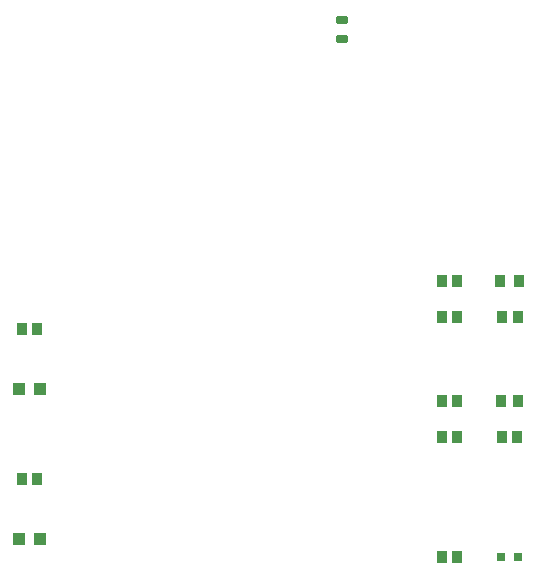
<source format=gtp>
G04 Layer_Color=7318015*
%FSLAX25Y25*%
%MOIN*%
G70*
G01*
G75*
G04:AMPARAMS|DCode=10|XSize=39.37mil|YSize=23.62mil|CornerRadius=2.36mil|HoleSize=0mil|Usage=FLASHONLY|Rotation=0.000|XOffset=0mil|YOffset=0mil|HoleType=Round|Shape=RoundedRectangle|*
%AMROUNDEDRECTD10*
21,1,0.03937,0.01890,0,0,0.0*
21,1,0.03465,0.02362,0,0,0.0*
1,1,0.00472,0.01732,-0.00945*
1,1,0.00472,-0.01732,-0.00945*
1,1,0.00472,-0.01732,0.00945*
1,1,0.00472,0.01732,0.00945*
%
%ADD10ROUNDEDRECTD10*%
%ADD11R,0.03740X0.04134*%
%ADD12R,0.03543X0.03937*%
%ADD13R,0.04400X0.04000*%
%ADD14R,0.03000X0.03000*%
%ADD15R,0.03740X0.03937*%
%ADD16R,0.03543X0.04134*%
D10*
X334000Y416870D02*
D03*
Y423130D02*
D03*
D11*
X392756Y296000D02*
D03*
X387244D02*
D03*
D12*
X372559Y244000D02*
D03*
X367441D02*
D03*
X232559Y320000D02*
D03*
X227441D02*
D03*
X232559Y270000D02*
D03*
X227441D02*
D03*
X372559Y284000D02*
D03*
X367441D02*
D03*
X372559Y296000D02*
D03*
X367441D02*
D03*
X372559Y336000D02*
D03*
X367441D02*
D03*
X372559Y324000D02*
D03*
X367441D02*
D03*
X392559Y284000D02*
D03*
X387441D02*
D03*
D13*
X233347Y250000D02*
D03*
X226600D02*
D03*
X233347Y300000D02*
D03*
X226600D02*
D03*
D14*
X387250Y244000D02*
D03*
X392750D02*
D03*
D15*
X386850Y336000D02*
D03*
X393150D02*
D03*
D16*
X392657Y324000D02*
D03*
X387343D02*
D03*
M02*

</source>
